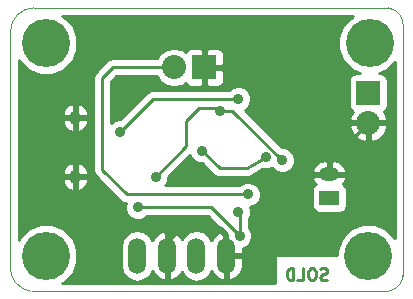
<source format=gbr>
G04 #@! TF.FileFunction,Copper,L2,Bot,Signal*
%FSLAX46Y46*%
G04 Gerber Fmt 4.6, Leading zero omitted, Abs format (unit mm)*
G04 Created by KiCad (PCBNEW 4.0.1-stable) date 12/17/2015 10:37:29 AM*
%MOMM*%
G01*
G04 APERTURE LIST*
%ADD10C,0.100000*%
%ADD11C,0.250000*%
%ADD12O,1.506220X3.014980*%
%ADD13O,0.950000X1.250000*%
%ADD14R,1.700000X1.200000*%
%ADD15O,1.700000X1.200000*%
%ADD16C,4.064000*%
%ADD17R,2.032000X2.032000*%
%ADD18O,2.032000X2.032000*%
%ADD19C,0.889000*%
%ADD20C,0.254000*%
%ADD21C,0.508000*%
G04 APERTURE END LIST*
D10*
X152750000Y-119650000D02*
X152750000Y-120200000D01*
X152750000Y-98950000D02*
X152700000Y-98950000D01*
X152750000Y-119800000D02*
X152750000Y-98950000D01*
X121300000Y-121500000D02*
X151500000Y-121500000D01*
X119500000Y-119300000D02*
X119500000Y-99500000D01*
X121500000Y-97500000D02*
X151500000Y-97500000D01*
X152750000Y-99250000D02*
G75*
G03X151500000Y-97500000I-1500000J250000D01*
G01*
X151500000Y-121500000D02*
G75*
G03X152750000Y-119750000I-250000J1500000D01*
G01*
X119500000Y-119250000D02*
G75*
G03X121250000Y-121500000I2000000J-250000D01*
G01*
X121500000Y-97500000D02*
G75*
G03X119500000Y-99500000I0J-2000000D01*
G01*
D11*
X146314286Y-120504762D02*
X146171429Y-120552381D01*
X145933333Y-120552381D01*
X145838095Y-120504762D01*
X145790476Y-120457143D01*
X145742857Y-120361905D01*
X145742857Y-120266667D01*
X145790476Y-120171429D01*
X145838095Y-120123810D01*
X145933333Y-120076190D01*
X146123810Y-120028571D01*
X146219048Y-119980952D01*
X146266667Y-119933333D01*
X146314286Y-119838095D01*
X146314286Y-119742857D01*
X146266667Y-119647619D01*
X146219048Y-119600000D01*
X146123810Y-119552381D01*
X145885714Y-119552381D01*
X145742857Y-119600000D01*
X145123810Y-119552381D02*
X144933333Y-119552381D01*
X144838095Y-119600000D01*
X144742857Y-119695238D01*
X144695238Y-119885714D01*
X144695238Y-120219048D01*
X144742857Y-120409524D01*
X144838095Y-120504762D01*
X144933333Y-120552381D01*
X145123810Y-120552381D01*
X145219048Y-120504762D01*
X145314286Y-120409524D01*
X145361905Y-120219048D01*
X145361905Y-119885714D01*
X145314286Y-119695238D01*
X145219048Y-119600000D01*
X145123810Y-119552381D01*
X143790476Y-120552381D02*
X144266667Y-120552381D01*
X144266667Y-119552381D01*
X143457143Y-120552381D02*
X143457143Y-119552381D01*
X143219048Y-119552381D01*
X143076190Y-119600000D01*
X142980952Y-119695238D01*
X142933333Y-119790476D01*
X142885714Y-119980952D01*
X142885714Y-120123810D01*
X142933333Y-120314286D01*
X142980952Y-120409524D01*
X143076190Y-120504762D01*
X143219048Y-120552381D01*
X143457143Y-120552381D01*
D12*
X135230000Y-118500000D03*
X137770000Y-118500000D03*
X130230000Y-118500000D03*
X132770000Y-118500000D03*
D13*
X125000000Y-106800000D03*
X125000000Y-111800000D03*
D14*
X146500000Y-113600000D03*
D15*
X146500000Y-111600000D03*
D16*
X122500000Y-100500000D03*
X149900000Y-100500000D03*
X122500000Y-118500000D03*
X149800000Y-118500000D03*
D17*
X149800000Y-104700000D03*
D18*
X149800000Y-107240000D03*
D17*
X135900000Y-102550000D03*
D18*
X133360000Y-102550000D03*
D19*
X138800000Y-105200000D03*
X128800000Y-108000000D03*
X146500000Y-108300000D03*
X143300000Y-104900000D03*
X131800000Y-111800000D03*
X142500000Y-110400000D03*
X137200000Y-106200000D03*
X130300000Y-114400000D03*
X138900000Y-116800000D03*
X138800000Y-114800000D03*
X141100000Y-110100000D03*
X135700000Y-109600000D03*
X139600000Y-113300000D03*
D20*
X131600000Y-105200000D02*
X138800000Y-105200000D01*
X128800000Y-108000000D02*
X131600000Y-105200000D01*
X146500000Y-108300000D02*
X148740000Y-108300000D01*
X148740000Y-108300000D02*
X149800000Y-107240000D01*
X146500000Y-111600000D02*
X146500000Y-108300000D01*
D21*
X132770000Y-119000000D02*
X132770000Y-117230000D01*
X132770000Y-117230000D02*
X133800000Y-116200000D01*
X133800000Y-116200000D02*
X137200000Y-116200000D01*
X137200000Y-116200000D02*
X137770000Y-116770000D01*
X137770000Y-116770000D02*
X137770000Y-119000000D01*
X137770000Y-119000000D02*
X137770000Y-116770000D01*
X133800000Y-116200000D02*
X132770000Y-117230000D01*
X137200000Y-116200000D02*
X133800000Y-116200000D01*
X137770000Y-116770000D02*
X137200000Y-116200000D01*
D20*
X143300000Y-104900000D02*
X143500000Y-105100000D01*
X143500000Y-105100000D02*
X146100000Y-105100000D01*
X146100000Y-105100000D02*
X146500000Y-105500000D01*
X146500000Y-105500000D02*
X146500000Y-108300000D01*
X135500000Y-106000000D02*
X137000000Y-106000000D01*
X137000000Y-106000000D02*
X137200000Y-106200000D01*
X134400000Y-107100000D02*
X135500000Y-106000000D01*
X134400000Y-109200000D02*
X134400000Y-107100000D01*
X131800000Y-111800000D02*
X134400000Y-109200000D01*
X138300000Y-106200000D02*
X137200000Y-106200000D01*
X142500000Y-110400000D02*
X138300000Y-106200000D01*
X136500000Y-114400000D02*
X130300000Y-114400000D01*
X138900000Y-116800000D02*
X136500000Y-114400000D01*
X138800000Y-114800000D02*
X138900000Y-114900000D01*
X138900000Y-114900000D02*
X138900000Y-116800000D01*
X139500000Y-111100000D02*
X141100000Y-110100000D01*
X137200000Y-111100000D02*
X139500000Y-111100000D01*
X135700000Y-109600000D02*
X137200000Y-111100000D01*
X133360000Y-102550000D02*
X128150000Y-102550000D01*
X129350000Y-113300000D02*
X139600000Y-113300000D01*
X127250000Y-111200000D02*
X129350000Y-113300000D01*
X127250000Y-103450000D02*
X127250000Y-111200000D01*
X128150000Y-102550000D02*
X127250000Y-103450000D01*
G36*
X148391239Y-98237709D02*
X147640345Y-98987293D01*
X147233464Y-99967173D01*
X147232538Y-101028172D01*
X147637709Y-102008761D01*
X148387293Y-102759655D01*
X149054155Y-103036560D01*
X148784000Y-103036560D01*
X148548683Y-103080838D01*
X148332559Y-103219910D01*
X148187569Y-103432110D01*
X148136560Y-103684000D01*
X148136560Y-105716000D01*
X148180838Y-105951317D01*
X148319910Y-106167441D01*
X148482948Y-106278840D01*
X148393615Y-106375182D01*
X148194025Y-106857056D01*
X148313164Y-107113000D01*
X149673000Y-107113000D01*
X149673000Y-107093000D01*
X149927000Y-107093000D01*
X149927000Y-107113000D01*
X151286836Y-107113000D01*
X151405975Y-106857056D01*
X151206385Y-106375182D01*
X151115903Y-106277602D01*
X151267441Y-106180090D01*
X151412431Y-105967890D01*
X151463440Y-105716000D01*
X151463440Y-103684000D01*
X151419162Y-103448683D01*
X151280090Y-103232559D01*
X151067890Y-103087569D01*
X150816000Y-103036560D01*
X150744979Y-103036560D01*
X151408761Y-102762291D01*
X152065000Y-102107197D01*
X152065000Y-116997795D01*
X152062291Y-116991239D01*
X151312707Y-116240345D01*
X150332827Y-115833464D01*
X149271828Y-115832538D01*
X148291239Y-116237709D01*
X147540345Y-116987293D01*
X147133464Y-117967173D01*
X147133095Y-118390000D01*
X141935238Y-118390000D01*
X141935238Y-120815000D01*
X123881195Y-120815000D01*
X124008761Y-120762291D01*
X124759655Y-120012707D01*
X125166536Y-119032827D01*
X125167462Y-117971828D01*
X125056652Y-117703646D01*
X128841890Y-117703646D01*
X128841890Y-119296354D01*
X128947554Y-119827561D01*
X129248458Y-120277896D01*
X129698793Y-120578800D01*
X130230000Y-120684464D01*
X130761207Y-120578800D01*
X131211542Y-120277896D01*
X131512446Y-119827561D01*
X131513016Y-119824694D01*
X131536154Y-119902919D01*
X131878260Y-120325724D01*
X132356125Y-120585427D01*
X132428326Y-120599783D01*
X132643000Y-120477162D01*
X132643000Y-118627000D01*
X132623000Y-118627000D01*
X132623000Y-118373000D01*
X132643000Y-118373000D01*
X132643000Y-116522838D01*
X132428326Y-116400217D01*
X132356125Y-116414573D01*
X131878260Y-116674276D01*
X131536154Y-117097081D01*
X131513016Y-117175306D01*
X131512446Y-117172439D01*
X131211542Y-116722104D01*
X130761207Y-116421200D01*
X130230000Y-116315536D01*
X129698793Y-116421200D01*
X129248458Y-116722104D01*
X128947554Y-117172439D01*
X128841890Y-117703646D01*
X125056652Y-117703646D01*
X124762291Y-116991239D01*
X124012707Y-116240345D01*
X123032827Y-115833464D01*
X121971828Y-115832538D01*
X120991239Y-116237709D01*
X120240345Y-116987293D01*
X120185000Y-117120579D01*
X120185000Y-112101131D01*
X123898771Y-112101131D01*
X124040432Y-112511049D01*
X124328179Y-112835552D01*
X124702062Y-113019268D01*
X124873000Y-112892734D01*
X124873000Y-111927000D01*
X125127000Y-111927000D01*
X125127000Y-112892734D01*
X125297938Y-113019268D01*
X125671821Y-112835552D01*
X125959568Y-112511049D01*
X126101229Y-112101131D01*
X125952563Y-111927000D01*
X125127000Y-111927000D01*
X124873000Y-111927000D01*
X124047437Y-111927000D01*
X123898771Y-112101131D01*
X120185000Y-112101131D01*
X120185000Y-111498869D01*
X123898771Y-111498869D01*
X124047437Y-111673000D01*
X124873000Y-111673000D01*
X124873000Y-110707266D01*
X125127000Y-110707266D01*
X125127000Y-111673000D01*
X125952563Y-111673000D01*
X126101229Y-111498869D01*
X125959568Y-111088951D01*
X125671821Y-110764448D01*
X125297938Y-110580732D01*
X125127000Y-110707266D01*
X124873000Y-110707266D01*
X124702062Y-110580732D01*
X124328179Y-110764448D01*
X124040432Y-111088951D01*
X123898771Y-111498869D01*
X120185000Y-111498869D01*
X120185000Y-107101131D01*
X123898771Y-107101131D01*
X124040432Y-107511049D01*
X124328179Y-107835552D01*
X124702062Y-108019268D01*
X124873000Y-107892734D01*
X124873000Y-106927000D01*
X125127000Y-106927000D01*
X125127000Y-107892734D01*
X125297938Y-108019268D01*
X125671821Y-107835552D01*
X125959568Y-107511049D01*
X126101229Y-107101131D01*
X125952563Y-106927000D01*
X125127000Y-106927000D01*
X124873000Y-106927000D01*
X124047437Y-106927000D01*
X123898771Y-107101131D01*
X120185000Y-107101131D01*
X120185000Y-106498869D01*
X123898771Y-106498869D01*
X124047437Y-106673000D01*
X124873000Y-106673000D01*
X124873000Y-105707266D01*
X125127000Y-105707266D01*
X125127000Y-106673000D01*
X125952563Y-106673000D01*
X126101229Y-106498869D01*
X125959568Y-106088951D01*
X125671821Y-105764448D01*
X125297938Y-105580732D01*
X125127000Y-105707266D01*
X124873000Y-105707266D01*
X124702062Y-105580732D01*
X124328179Y-105764448D01*
X124040432Y-106088951D01*
X123898771Y-106498869D01*
X120185000Y-106498869D01*
X120185000Y-103450000D01*
X126488000Y-103450000D01*
X126488000Y-111200000D01*
X126546004Y-111491605D01*
X126644367Y-111638815D01*
X126711185Y-111738815D01*
X128811184Y-113838815D01*
X129058395Y-114003996D01*
X129277474Y-114047574D01*
X129220687Y-114184332D01*
X129220313Y-114613784D01*
X129384311Y-115010689D01*
X129687714Y-115314622D01*
X130084332Y-115479313D01*
X130513784Y-115479687D01*
X130910689Y-115315689D01*
X131064646Y-115162000D01*
X136184370Y-115162000D01*
X137423538Y-116401169D01*
X137356125Y-116414573D01*
X136878260Y-116674276D01*
X136536154Y-117097081D01*
X136513016Y-117175306D01*
X136512446Y-117172439D01*
X136211542Y-116722104D01*
X135761207Y-116421200D01*
X135230000Y-116315536D01*
X134698793Y-116421200D01*
X134248458Y-116722104D01*
X134000593Y-117093061D01*
X133661740Y-116674276D01*
X133183875Y-116414573D01*
X133111674Y-116400217D01*
X132897000Y-116522838D01*
X132897000Y-118373000D01*
X132917000Y-118373000D01*
X132917000Y-118627000D01*
X132897000Y-118627000D01*
X132897000Y-120477162D01*
X133111674Y-120599783D01*
X133183875Y-120585427D01*
X133661740Y-120325724D01*
X134000593Y-119906939D01*
X134248458Y-120277896D01*
X134698793Y-120578800D01*
X135230000Y-120684464D01*
X135761207Y-120578800D01*
X136211542Y-120277896D01*
X136512446Y-119827561D01*
X136513016Y-119824694D01*
X136536154Y-119902919D01*
X136878260Y-120325724D01*
X137356125Y-120585427D01*
X137428326Y-120599783D01*
X137643000Y-120477162D01*
X137643000Y-118627000D01*
X137897000Y-118627000D01*
X137897000Y-120477162D01*
X138111674Y-120599783D01*
X138183875Y-120585427D01*
X138661740Y-120325724D01*
X139003846Y-119902919D01*
X139158110Y-119381380D01*
X139158110Y-118627000D01*
X137897000Y-118627000D01*
X137643000Y-118627000D01*
X137623000Y-118627000D01*
X137623000Y-118373000D01*
X137643000Y-118373000D01*
X137643000Y-118353000D01*
X137897000Y-118353000D01*
X137897000Y-118373000D01*
X139158110Y-118373000D01*
X139158110Y-117861372D01*
X139510689Y-117715689D01*
X139814622Y-117412286D01*
X139979313Y-117015668D01*
X139979687Y-116586216D01*
X139815689Y-116189311D01*
X139662000Y-116035354D01*
X139662000Y-115464816D01*
X139714622Y-115412286D01*
X139879313Y-115015668D01*
X139879687Y-114586216D01*
X139794344Y-114379670D01*
X139813784Y-114379687D01*
X140210689Y-114215689D01*
X140514622Y-113912286D01*
X140679313Y-113515668D01*
X140679687Y-113086216D01*
X140644064Y-113000000D01*
X145002560Y-113000000D01*
X145002560Y-114200000D01*
X145046838Y-114435317D01*
X145185910Y-114651441D01*
X145398110Y-114796431D01*
X145650000Y-114847440D01*
X147350000Y-114847440D01*
X147585317Y-114803162D01*
X147801441Y-114664090D01*
X147946431Y-114451890D01*
X147997440Y-114200000D01*
X147997440Y-113000000D01*
X147953162Y-112764683D01*
X147814090Y-112548559D01*
X147661691Y-112444429D01*
X147681933Y-112429125D01*
X147928286Y-112009376D01*
X147943462Y-111917609D01*
X147818731Y-111727000D01*
X146627000Y-111727000D01*
X146627000Y-111747000D01*
X146373000Y-111747000D01*
X146373000Y-111727000D01*
X145181269Y-111727000D01*
X145056538Y-111917609D01*
X145071714Y-112009376D01*
X145318067Y-112429125D01*
X145339420Y-112445269D01*
X145198559Y-112535910D01*
X145053569Y-112748110D01*
X145002560Y-113000000D01*
X140644064Y-113000000D01*
X140515689Y-112689311D01*
X140212286Y-112385378D01*
X139815668Y-112220687D01*
X139386216Y-112220313D01*
X138989311Y-112384311D01*
X138835354Y-112538000D01*
X132588688Y-112538000D01*
X132714622Y-112412286D01*
X132879313Y-112015668D01*
X132879502Y-111798128D01*
X134691518Y-109986113D01*
X134784311Y-110210689D01*
X135087714Y-110514622D01*
X135484332Y-110679313D01*
X135701872Y-110679502D01*
X136661184Y-111638815D01*
X136810845Y-111738815D01*
X136908395Y-111803996D01*
X137200000Y-111862000D01*
X139500000Y-111862000D01*
X139562322Y-111849603D01*
X139625837Y-111851538D01*
X139706746Y-111820875D01*
X139791605Y-111803996D01*
X139844438Y-111768694D01*
X139903859Y-111746175D01*
X140840175Y-111160977D01*
X140884332Y-111179313D01*
X141313784Y-111179687D01*
X141624750Y-111051198D01*
X141887714Y-111314622D01*
X142284332Y-111479313D01*
X142713784Y-111479687D01*
X143110689Y-111315689D01*
X143144045Y-111282391D01*
X145056538Y-111282391D01*
X145181269Y-111473000D01*
X146373000Y-111473000D01*
X146373000Y-110517453D01*
X146627000Y-110517453D01*
X146627000Y-111473000D01*
X147818731Y-111473000D01*
X147943462Y-111282391D01*
X147928286Y-111190624D01*
X147681933Y-110770875D01*
X147293701Y-110477353D01*
X146822696Y-110354744D01*
X146627000Y-110517453D01*
X146373000Y-110517453D01*
X146177304Y-110354744D01*
X145706299Y-110477353D01*
X145318067Y-110770875D01*
X145071714Y-111190624D01*
X145056538Y-111282391D01*
X143144045Y-111282391D01*
X143414622Y-111012286D01*
X143579313Y-110615668D01*
X143579687Y-110186216D01*
X143415689Y-109789311D01*
X143112286Y-109485378D01*
X142715668Y-109320687D01*
X142498128Y-109320498D01*
X140800574Y-107622944D01*
X148194025Y-107622944D01*
X148393615Y-108104818D01*
X148831621Y-108577188D01*
X149417054Y-108845983D01*
X149673000Y-108727367D01*
X149673000Y-107367000D01*
X149927000Y-107367000D01*
X149927000Y-108727367D01*
X150182946Y-108845983D01*
X150768379Y-108577188D01*
X151206385Y-108104818D01*
X151405975Y-107622944D01*
X151286836Y-107367000D01*
X149927000Y-107367000D01*
X149673000Y-107367000D01*
X148313164Y-107367000D01*
X148194025Y-107622944D01*
X140800574Y-107622944D01*
X139327636Y-106150006D01*
X139410689Y-106115689D01*
X139714622Y-105812286D01*
X139879313Y-105415668D01*
X139879687Y-104986216D01*
X139715689Y-104589311D01*
X139412286Y-104285378D01*
X139015668Y-104120687D01*
X138586216Y-104120313D01*
X138189311Y-104284311D01*
X138035354Y-104438000D01*
X131600000Y-104438000D01*
X131308395Y-104496004D01*
X131171142Y-104587714D01*
X131061185Y-104661185D01*
X128801869Y-106920501D01*
X128586216Y-106920313D01*
X128189311Y-107084311D01*
X128012000Y-107261313D01*
X128012000Y-103765630D01*
X128465631Y-103312000D01*
X131900053Y-103312000D01*
X132192567Y-103749778D01*
X132728190Y-104107670D01*
X133360000Y-104233345D01*
X133991810Y-104107670D01*
X134328001Y-103883034D01*
X134345673Y-103925698D01*
X134524301Y-104104327D01*
X134757690Y-104201000D01*
X135614250Y-104201000D01*
X135773000Y-104042250D01*
X135773000Y-102677000D01*
X136027000Y-102677000D01*
X136027000Y-104042250D01*
X136185750Y-104201000D01*
X137042310Y-104201000D01*
X137275699Y-104104327D01*
X137454327Y-103925698D01*
X137551000Y-103692309D01*
X137551000Y-102835750D01*
X137392250Y-102677000D01*
X136027000Y-102677000D01*
X135773000Y-102677000D01*
X135753000Y-102677000D01*
X135753000Y-102423000D01*
X135773000Y-102423000D01*
X135773000Y-101057750D01*
X136027000Y-101057750D01*
X136027000Y-102423000D01*
X137392250Y-102423000D01*
X137551000Y-102264250D01*
X137551000Y-101407691D01*
X137454327Y-101174302D01*
X137275699Y-100995673D01*
X137042310Y-100899000D01*
X136185750Y-100899000D01*
X136027000Y-101057750D01*
X135773000Y-101057750D01*
X135614250Y-100899000D01*
X134757690Y-100899000D01*
X134524301Y-100995673D01*
X134345673Y-101174302D01*
X134328001Y-101216966D01*
X133991810Y-100992330D01*
X133360000Y-100866655D01*
X132728190Y-100992330D01*
X132192567Y-101350222D01*
X131900053Y-101788000D01*
X128150000Y-101788000D01*
X127858395Y-101846004D01*
X127611184Y-102011185D01*
X126711185Y-102911185D01*
X126546004Y-103158395D01*
X126488000Y-103450000D01*
X120185000Y-103450000D01*
X120185000Y-101881195D01*
X120237709Y-102008761D01*
X120987293Y-102759655D01*
X121967173Y-103166536D01*
X123028172Y-103167462D01*
X124008761Y-102762291D01*
X124759655Y-102012707D01*
X125166536Y-101032827D01*
X125167462Y-99971828D01*
X124762291Y-98991239D01*
X124012707Y-98240345D01*
X123879421Y-98185000D01*
X148518805Y-98185000D01*
X148391239Y-98237709D01*
X148391239Y-98237709D01*
G37*
X148391239Y-98237709D02*
X147640345Y-98987293D01*
X147233464Y-99967173D01*
X147232538Y-101028172D01*
X147637709Y-102008761D01*
X148387293Y-102759655D01*
X149054155Y-103036560D01*
X148784000Y-103036560D01*
X148548683Y-103080838D01*
X148332559Y-103219910D01*
X148187569Y-103432110D01*
X148136560Y-103684000D01*
X148136560Y-105716000D01*
X148180838Y-105951317D01*
X148319910Y-106167441D01*
X148482948Y-106278840D01*
X148393615Y-106375182D01*
X148194025Y-106857056D01*
X148313164Y-107113000D01*
X149673000Y-107113000D01*
X149673000Y-107093000D01*
X149927000Y-107093000D01*
X149927000Y-107113000D01*
X151286836Y-107113000D01*
X151405975Y-106857056D01*
X151206385Y-106375182D01*
X151115903Y-106277602D01*
X151267441Y-106180090D01*
X151412431Y-105967890D01*
X151463440Y-105716000D01*
X151463440Y-103684000D01*
X151419162Y-103448683D01*
X151280090Y-103232559D01*
X151067890Y-103087569D01*
X150816000Y-103036560D01*
X150744979Y-103036560D01*
X151408761Y-102762291D01*
X152065000Y-102107197D01*
X152065000Y-116997795D01*
X152062291Y-116991239D01*
X151312707Y-116240345D01*
X150332827Y-115833464D01*
X149271828Y-115832538D01*
X148291239Y-116237709D01*
X147540345Y-116987293D01*
X147133464Y-117967173D01*
X147133095Y-118390000D01*
X141935238Y-118390000D01*
X141935238Y-120815000D01*
X123881195Y-120815000D01*
X124008761Y-120762291D01*
X124759655Y-120012707D01*
X125166536Y-119032827D01*
X125167462Y-117971828D01*
X125056652Y-117703646D01*
X128841890Y-117703646D01*
X128841890Y-119296354D01*
X128947554Y-119827561D01*
X129248458Y-120277896D01*
X129698793Y-120578800D01*
X130230000Y-120684464D01*
X130761207Y-120578800D01*
X131211542Y-120277896D01*
X131512446Y-119827561D01*
X131513016Y-119824694D01*
X131536154Y-119902919D01*
X131878260Y-120325724D01*
X132356125Y-120585427D01*
X132428326Y-120599783D01*
X132643000Y-120477162D01*
X132643000Y-118627000D01*
X132623000Y-118627000D01*
X132623000Y-118373000D01*
X132643000Y-118373000D01*
X132643000Y-116522838D01*
X132428326Y-116400217D01*
X132356125Y-116414573D01*
X131878260Y-116674276D01*
X131536154Y-117097081D01*
X131513016Y-117175306D01*
X131512446Y-117172439D01*
X131211542Y-116722104D01*
X130761207Y-116421200D01*
X130230000Y-116315536D01*
X129698793Y-116421200D01*
X129248458Y-116722104D01*
X128947554Y-117172439D01*
X128841890Y-117703646D01*
X125056652Y-117703646D01*
X124762291Y-116991239D01*
X124012707Y-116240345D01*
X123032827Y-115833464D01*
X121971828Y-115832538D01*
X120991239Y-116237709D01*
X120240345Y-116987293D01*
X120185000Y-117120579D01*
X120185000Y-112101131D01*
X123898771Y-112101131D01*
X124040432Y-112511049D01*
X124328179Y-112835552D01*
X124702062Y-113019268D01*
X124873000Y-112892734D01*
X124873000Y-111927000D01*
X125127000Y-111927000D01*
X125127000Y-112892734D01*
X125297938Y-113019268D01*
X125671821Y-112835552D01*
X125959568Y-112511049D01*
X126101229Y-112101131D01*
X125952563Y-111927000D01*
X125127000Y-111927000D01*
X124873000Y-111927000D01*
X124047437Y-111927000D01*
X123898771Y-112101131D01*
X120185000Y-112101131D01*
X120185000Y-111498869D01*
X123898771Y-111498869D01*
X124047437Y-111673000D01*
X124873000Y-111673000D01*
X124873000Y-110707266D01*
X125127000Y-110707266D01*
X125127000Y-111673000D01*
X125952563Y-111673000D01*
X126101229Y-111498869D01*
X125959568Y-111088951D01*
X125671821Y-110764448D01*
X125297938Y-110580732D01*
X125127000Y-110707266D01*
X124873000Y-110707266D01*
X124702062Y-110580732D01*
X124328179Y-110764448D01*
X124040432Y-111088951D01*
X123898771Y-111498869D01*
X120185000Y-111498869D01*
X120185000Y-107101131D01*
X123898771Y-107101131D01*
X124040432Y-107511049D01*
X124328179Y-107835552D01*
X124702062Y-108019268D01*
X124873000Y-107892734D01*
X124873000Y-106927000D01*
X125127000Y-106927000D01*
X125127000Y-107892734D01*
X125297938Y-108019268D01*
X125671821Y-107835552D01*
X125959568Y-107511049D01*
X126101229Y-107101131D01*
X125952563Y-106927000D01*
X125127000Y-106927000D01*
X124873000Y-106927000D01*
X124047437Y-106927000D01*
X123898771Y-107101131D01*
X120185000Y-107101131D01*
X120185000Y-106498869D01*
X123898771Y-106498869D01*
X124047437Y-106673000D01*
X124873000Y-106673000D01*
X124873000Y-105707266D01*
X125127000Y-105707266D01*
X125127000Y-106673000D01*
X125952563Y-106673000D01*
X126101229Y-106498869D01*
X125959568Y-106088951D01*
X125671821Y-105764448D01*
X125297938Y-105580732D01*
X125127000Y-105707266D01*
X124873000Y-105707266D01*
X124702062Y-105580732D01*
X124328179Y-105764448D01*
X124040432Y-106088951D01*
X123898771Y-106498869D01*
X120185000Y-106498869D01*
X120185000Y-103450000D01*
X126488000Y-103450000D01*
X126488000Y-111200000D01*
X126546004Y-111491605D01*
X126644367Y-111638815D01*
X126711185Y-111738815D01*
X128811184Y-113838815D01*
X129058395Y-114003996D01*
X129277474Y-114047574D01*
X129220687Y-114184332D01*
X129220313Y-114613784D01*
X129384311Y-115010689D01*
X129687714Y-115314622D01*
X130084332Y-115479313D01*
X130513784Y-115479687D01*
X130910689Y-115315689D01*
X131064646Y-115162000D01*
X136184370Y-115162000D01*
X137423538Y-116401169D01*
X137356125Y-116414573D01*
X136878260Y-116674276D01*
X136536154Y-117097081D01*
X136513016Y-117175306D01*
X136512446Y-117172439D01*
X136211542Y-116722104D01*
X135761207Y-116421200D01*
X135230000Y-116315536D01*
X134698793Y-116421200D01*
X134248458Y-116722104D01*
X134000593Y-117093061D01*
X133661740Y-116674276D01*
X133183875Y-116414573D01*
X133111674Y-116400217D01*
X132897000Y-116522838D01*
X132897000Y-118373000D01*
X132917000Y-118373000D01*
X132917000Y-118627000D01*
X132897000Y-118627000D01*
X132897000Y-120477162D01*
X133111674Y-120599783D01*
X133183875Y-120585427D01*
X133661740Y-120325724D01*
X134000593Y-119906939D01*
X134248458Y-120277896D01*
X134698793Y-120578800D01*
X135230000Y-120684464D01*
X135761207Y-120578800D01*
X136211542Y-120277896D01*
X136512446Y-119827561D01*
X136513016Y-119824694D01*
X136536154Y-119902919D01*
X136878260Y-120325724D01*
X137356125Y-120585427D01*
X137428326Y-120599783D01*
X137643000Y-120477162D01*
X137643000Y-118627000D01*
X137897000Y-118627000D01*
X137897000Y-120477162D01*
X138111674Y-120599783D01*
X138183875Y-120585427D01*
X138661740Y-120325724D01*
X139003846Y-119902919D01*
X139158110Y-119381380D01*
X139158110Y-118627000D01*
X137897000Y-118627000D01*
X137643000Y-118627000D01*
X137623000Y-118627000D01*
X137623000Y-118373000D01*
X137643000Y-118373000D01*
X137643000Y-118353000D01*
X137897000Y-118353000D01*
X137897000Y-118373000D01*
X139158110Y-118373000D01*
X139158110Y-117861372D01*
X139510689Y-117715689D01*
X139814622Y-117412286D01*
X139979313Y-117015668D01*
X139979687Y-116586216D01*
X139815689Y-116189311D01*
X139662000Y-116035354D01*
X139662000Y-115464816D01*
X139714622Y-115412286D01*
X139879313Y-115015668D01*
X139879687Y-114586216D01*
X139794344Y-114379670D01*
X139813784Y-114379687D01*
X140210689Y-114215689D01*
X140514622Y-113912286D01*
X140679313Y-113515668D01*
X140679687Y-113086216D01*
X140644064Y-113000000D01*
X145002560Y-113000000D01*
X145002560Y-114200000D01*
X145046838Y-114435317D01*
X145185910Y-114651441D01*
X145398110Y-114796431D01*
X145650000Y-114847440D01*
X147350000Y-114847440D01*
X147585317Y-114803162D01*
X147801441Y-114664090D01*
X147946431Y-114451890D01*
X147997440Y-114200000D01*
X147997440Y-113000000D01*
X147953162Y-112764683D01*
X147814090Y-112548559D01*
X147661691Y-112444429D01*
X147681933Y-112429125D01*
X147928286Y-112009376D01*
X147943462Y-111917609D01*
X147818731Y-111727000D01*
X146627000Y-111727000D01*
X146627000Y-111747000D01*
X146373000Y-111747000D01*
X146373000Y-111727000D01*
X145181269Y-111727000D01*
X145056538Y-111917609D01*
X145071714Y-112009376D01*
X145318067Y-112429125D01*
X145339420Y-112445269D01*
X145198559Y-112535910D01*
X145053569Y-112748110D01*
X145002560Y-113000000D01*
X140644064Y-113000000D01*
X140515689Y-112689311D01*
X140212286Y-112385378D01*
X139815668Y-112220687D01*
X139386216Y-112220313D01*
X138989311Y-112384311D01*
X138835354Y-112538000D01*
X132588688Y-112538000D01*
X132714622Y-112412286D01*
X132879313Y-112015668D01*
X132879502Y-111798128D01*
X134691518Y-109986113D01*
X134784311Y-110210689D01*
X135087714Y-110514622D01*
X135484332Y-110679313D01*
X135701872Y-110679502D01*
X136661184Y-111638815D01*
X136810845Y-111738815D01*
X136908395Y-111803996D01*
X137200000Y-111862000D01*
X139500000Y-111862000D01*
X139562322Y-111849603D01*
X139625837Y-111851538D01*
X139706746Y-111820875D01*
X139791605Y-111803996D01*
X139844438Y-111768694D01*
X139903859Y-111746175D01*
X140840175Y-111160977D01*
X140884332Y-111179313D01*
X141313784Y-111179687D01*
X141624750Y-111051198D01*
X141887714Y-111314622D01*
X142284332Y-111479313D01*
X142713784Y-111479687D01*
X143110689Y-111315689D01*
X143144045Y-111282391D01*
X145056538Y-111282391D01*
X145181269Y-111473000D01*
X146373000Y-111473000D01*
X146373000Y-110517453D01*
X146627000Y-110517453D01*
X146627000Y-111473000D01*
X147818731Y-111473000D01*
X147943462Y-111282391D01*
X147928286Y-111190624D01*
X147681933Y-110770875D01*
X147293701Y-110477353D01*
X146822696Y-110354744D01*
X146627000Y-110517453D01*
X146373000Y-110517453D01*
X146177304Y-110354744D01*
X145706299Y-110477353D01*
X145318067Y-110770875D01*
X145071714Y-111190624D01*
X145056538Y-111282391D01*
X143144045Y-111282391D01*
X143414622Y-111012286D01*
X143579313Y-110615668D01*
X143579687Y-110186216D01*
X143415689Y-109789311D01*
X143112286Y-109485378D01*
X142715668Y-109320687D01*
X142498128Y-109320498D01*
X140800574Y-107622944D01*
X148194025Y-107622944D01*
X148393615Y-108104818D01*
X148831621Y-108577188D01*
X149417054Y-108845983D01*
X149673000Y-108727367D01*
X149673000Y-107367000D01*
X149927000Y-107367000D01*
X149927000Y-108727367D01*
X150182946Y-108845983D01*
X150768379Y-108577188D01*
X151206385Y-108104818D01*
X151405975Y-107622944D01*
X151286836Y-107367000D01*
X149927000Y-107367000D01*
X149673000Y-107367000D01*
X148313164Y-107367000D01*
X148194025Y-107622944D01*
X140800574Y-107622944D01*
X139327636Y-106150006D01*
X139410689Y-106115689D01*
X139714622Y-105812286D01*
X139879313Y-105415668D01*
X139879687Y-104986216D01*
X139715689Y-104589311D01*
X139412286Y-104285378D01*
X139015668Y-104120687D01*
X138586216Y-104120313D01*
X138189311Y-104284311D01*
X138035354Y-104438000D01*
X131600000Y-104438000D01*
X131308395Y-104496004D01*
X131171142Y-104587714D01*
X131061185Y-104661185D01*
X128801869Y-106920501D01*
X128586216Y-106920313D01*
X128189311Y-107084311D01*
X128012000Y-107261313D01*
X128012000Y-103765630D01*
X128465631Y-103312000D01*
X131900053Y-103312000D01*
X132192567Y-103749778D01*
X132728190Y-104107670D01*
X133360000Y-104233345D01*
X133991810Y-104107670D01*
X134328001Y-103883034D01*
X134345673Y-103925698D01*
X134524301Y-104104327D01*
X134757690Y-104201000D01*
X135614250Y-104201000D01*
X135773000Y-104042250D01*
X135773000Y-102677000D01*
X136027000Y-102677000D01*
X136027000Y-104042250D01*
X136185750Y-104201000D01*
X137042310Y-104201000D01*
X137275699Y-104104327D01*
X137454327Y-103925698D01*
X137551000Y-103692309D01*
X137551000Y-102835750D01*
X137392250Y-102677000D01*
X136027000Y-102677000D01*
X135773000Y-102677000D01*
X135753000Y-102677000D01*
X135753000Y-102423000D01*
X135773000Y-102423000D01*
X135773000Y-101057750D01*
X136027000Y-101057750D01*
X136027000Y-102423000D01*
X137392250Y-102423000D01*
X137551000Y-102264250D01*
X137551000Y-101407691D01*
X137454327Y-101174302D01*
X137275699Y-100995673D01*
X137042310Y-100899000D01*
X136185750Y-100899000D01*
X136027000Y-101057750D01*
X135773000Y-101057750D01*
X135614250Y-100899000D01*
X134757690Y-100899000D01*
X134524301Y-100995673D01*
X134345673Y-101174302D01*
X134328001Y-101216966D01*
X133991810Y-100992330D01*
X133360000Y-100866655D01*
X132728190Y-100992330D01*
X132192567Y-101350222D01*
X131900053Y-101788000D01*
X128150000Y-101788000D01*
X127858395Y-101846004D01*
X127611184Y-102011185D01*
X126711185Y-102911185D01*
X126546004Y-103158395D01*
X126488000Y-103450000D01*
X120185000Y-103450000D01*
X120185000Y-101881195D01*
X120237709Y-102008761D01*
X120987293Y-102759655D01*
X121967173Y-103166536D01*
X123028172Y-103167462D01*
X124008761Y-102762291D01*
X124759655Y-102012707D01*
X125166536Y-101032827D01*
X125167462Y-99971828D01*
X124762291Y-98991239D01*
X124012707Y-98240345D01*
X123879421Y-98185000D01*
X148518805Y-98185000D01*
X148391239Y-98237709D01*
M02*

</source>
